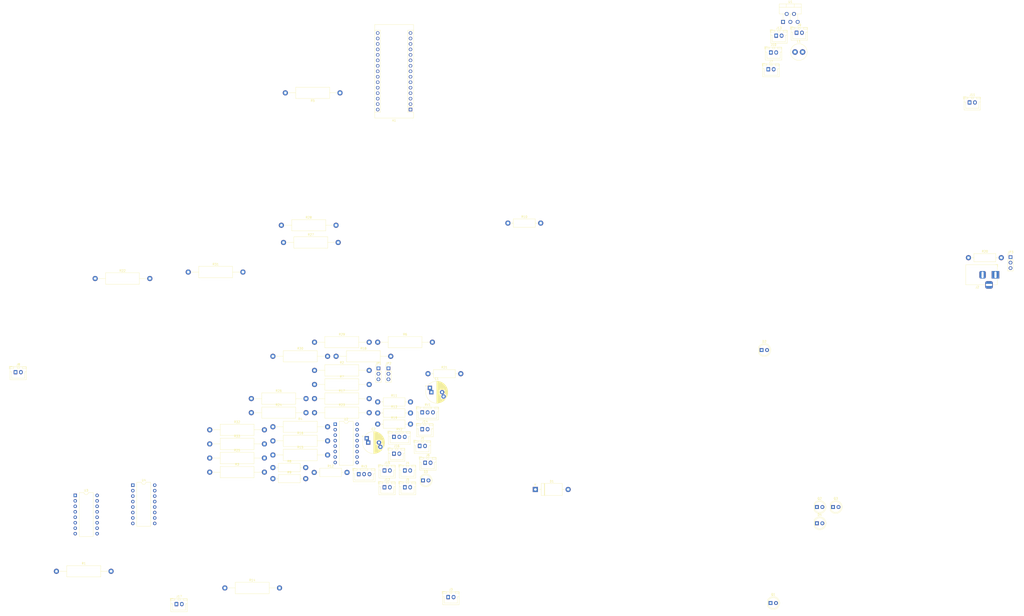
<source format=kicad_pcb>
(kicad_pcb (version 20171130) (host pcbnew 5.1.6-c6e7f7d~87~ubuntu20.04.1)
  (layers (0 F.Cu signal) (31 B.Cu signal) (34 B.Paste user) (35 F.Paste user) (36 B.SilkS user) (37 F.SilkS user) (38 B.Mask user) (39 F.Mask user) (44 Edge.Cuts user))
  (net 0 "")
  (net 1 "Net-(A1-Pad1)")
  (net 2 "Net-(A1-Pad17)")
  (net 3 "Net-(A1-Pad2)")
  (net 4 "Net-(A1-Pad18)")
  (net 5 "Net-(A1-Pad3)")
  (net 6 analog1_in)
  (net 7 GND)
  (net 8 analog1_sensitivity)
  (net 9 trigger_to_med_chan1)
  (net 10 analog2_in)
  (net 11 trigger_to_med_chan2)
  (net 12 analog2_sensitivity)
  (net 13 trigger_to_med_chan3)
  (net 14 analog3_in)
  (net 15 trigger_from_med_chan1)
  (net 16 analog3_sensitivity)
  (net 17 trigger_from_med_chan2)
  (net 18 "Net-(A1-Pad25)")
  (net 19 trigger_from_med_chan3)
  (net 20 "Net-(A1-Pad26)")
  (net 21 trigger_to_external_dev1)
  (net 22 +5V)
  (net 23 trigger_to_external_dev2)
  (net 24 "Net-(A1-Pad28)")
  (net 25 trigger_to_external_dev3)
  (net 26 trigger_from_external_dev1)
  (net 27 +12V)
  (net 28 trigger_from_external_dev2)
  (net 29 trigger_from_external_dev3)
  (net 30 +28V)
  (net 31 "Net-(D1-Pad1)")
  (net 32 "Net-(D2-Pad1)")
  (net 33 "Net-(D2-Pad2)")
  (net 34 "Net-(D3-Pad2)")
  (net 35 "Net-(D3-Pad1)")
  (net 36 "Net-(D4-Pad2)")
  (net 37 "Net-(D4-Pad1)")
  (net 38 "Net-(J3-Pad1)")
  (net 39 "Net-(J4-Pad1)")
  (net 40 "Net-(J5-Pad1)")
  (net 41 "Net-(J6-Pad1)")
  (net 42 "Net-(J7-Pad1)")
  (net 43 "Net-(J7-Pad2)")
  (net 44 "Net-(J8-Pad1)")
  (net 45 "Net-(J8-Pad2)")
  (net 46 "Net-(J9-Pad2)")
  (net 47 "Net-(J9-Pad1)")
  (net 48 "Net-(J10-Pad1)")
  (net 49 "Net-(J11-Pad1)")
  (net 50 "Net-(J12-Pad2)")
  (net 51 "Net-(J12-Pad1)")
  (net 52 "Net-(J13-Pad1)")
  (net 53 "Net-(J13-Pad2)")
  (net 54 "Net-(J14-Pad1)")
  (net 55 "Net-(J14-Pad2)")
  (net 56 "Net-(J15-Pad2)")
  (net 57 "Net-(J16-Pad2)")
  (net 58 "Net-(J17-Pad2)")
  (net 59 "Net-(JP1-Pad1)")
  (net 60 "Net-(JP2-Pad1)")
  (net 61 "Net-(JP3-Pad1)")
  (net 62 "Net-(R5-Pad2)")
  (net 63 "Net-(R6-Pad2)")
  (net 64 "Net-(R7-Pad2)")
  (net 65 "Net-(R10-Pad1)")
  (net 66 "Net-(R11-Pad1)")
  (net 67 "Net-(R12-Pad1)")
  (net 68 "Net-(R19-Pad1)")
  (net 69 "Net-(R20-Pad1)")
  (net 70 "Net-(R21-Pad1)")
  (net 71 "Net-(R22-Pad2)")
  (net 72 "Net-(R23-Pad2)")
  (net 73 "Net-(R24-Pad2)")
  (net 74 "Net-(R25-Pad1)")
  (net 75 "Net-(R27-Pad1)")
  (net 76 "Net-(R29-Pad1)")
  (net 77 "Net-(R31-Pad1)")
  (net 78 "Net-(R32-Pad1)")
  (net 79 "Net-(R33-Pad1)")
  (module Module:Arduino_Nano (layer F.Cu) (at 181.25 -44 180)
    (fp_text reference A1 (at 7.62 -5.08) (layer F.SilkS))
    (fp_text value Arduino_Nano_v3.x)
    (pad 1 thru_hole rect (at 0 0 180) (size 1.6 1.6) (drill 1) (layers *.Cu *.Mask) (net 1 "Net-(A1-Pad1)"))
    (pad 17 thru_hole oval (at 15.24 33.02 180) (size 1.6 1.6) (drill 1) (layers *.Cu *.Mask) (net 2 "Net-(A1-Pad17)"))
    (pad 2 thru_hole oval (at 0 2.54 180) (size 1.6 1.6) (drill 1) (layers *.Cu *.Mask) (net 3 "Net-(A1-Pad2)"))
    (pad 18 thru_hole oval (at 15.24 30.48 180) (size 1.6 1.6) (drill 1) (layers *.Cu *.Mask) (net 4 "Net-(A1-Pad18)"))
    (pad 3 thru_hole oval (at 0 5.08 180) (size 1.6 1.6) (drill 1) (layers *.Cu *.Mask) (net 5 "Net-(A1-Pad3)"))
    (pad 19 thru_hole oval (at 15.24 27.94 180) (size 1.6 1.6) (drill 1) (layers *.Cu *.Mask) (net 6 analog1_in))
    (pad 4 thru_hole oval (at 0 7.62 180) (size 1.6 1.6) (drill 1) (layers *.Cu *.Mask) (net 7 GND))
    (pad 20 thru_hole oval (at 15.24 25.4 180) (size 1.6 1.6) (drill 1) (layers *.Cu *.Mask) (net 8 analog1_sensitivity))
    (pad 5 thru_hole oval (at 0 10.16 180) (size 1.6 1.6) (drill 1) (layers *.Cu *.Mask) (net 9 trigger_to_med_chan1))
    (pad 21 thru_hole oval (at 15.24 22.86 180) (size 1.6 1.6) (drill 1) (layers *.Cu *.Mask) (net 10 analog2_in))
    (pad 6 thru_hole oval (at 0 12.7 180) (size 1.6 1.6) (drill 1) (layers *.Cu *.Mask) (net 11 trigger_to_med_chan2))
    (pad 22 thru_hole oval (at 15.24 20.32 180) (size 1.6 1.6) (drill 1) (layers *.Cu *.Mask) (net 12 analog2_sensitivity))
    (pad 7 thru_hole oval (at 0 15.24 180) (size 1.6 1.6) (drill 1) (layers *.Cu *.Mask) (net 13 trigger_to_med_chan3))
    (pad 23 thru_hole oval (at 15.24 17.78 180) (size 1.6 1.6) (drill 1) (layers *.Cu *.Mask) (net 14 analog3_in))
    (pad 8 thru_hole oval (at 0 17.78 180) (size 1.6 1.6) (drill 1) (layers *.Cu *.Mask) (net 15 trigger_from_med_chan1))
    (pad 24 thru_hole oval (at 15.24 15.24 180) (size 1.6 1.6) (drill 1) (layers *.Cu *.Mask) (net 16 analog3_sensitivity))
    (pad 9 thru_hole oval (at 0 20.32 180) (size 1.6 1.6) (drill 1) (layers *.Cu *.Mask) (net 17 trigger_from_med_chan2))
    (pad 25 thru_hole oval (at 15.24 12.7 180) (size 1.6 1.6) (drill 1) (layers *.Cu *.Mask) (net 18 "Net-(A1-Pad25)"))
    (pad 10 thru_hole oval (at 0 22.86 180) (size 1.6 1.6) (drill 1) (layers *.Cu *.Mask) (net 19 trigger_from_med_chan3))
    (pad 26 thru_hole oval (at 15.24 10.16 180) (size 1.6 1.6) (drill 1) (layers *.Cu *.Mask) (net 20 "Net-(A1-Pad26)"))
    (pad 11 thru_hole oval (at 0 25.4 180) (size 1.6 1.6) (drill 1) (layers *.Cu *.Mask) (net 21 trigger_to_external_dev1))
    (pad 27 thru_hole oval (at 15.24 7.62 180) (size 1.6 1.6) (drill 1) (layers *.Cu *.Mask) (net 22 +5V))
    (pad 12 thru_hole oval (at 0 27.94 180) (size 1.6 1.6) (drill 1) (layers *.Cu *.Mask) (net 23 trigger_to_external_dev2))
    (pad 28 thru_hole oval (at 15.24 5.08 180) (size 1.6 1.6) (drill 1) (layers *.Cu *.Mask) (net 24 "Net-(A1-Pad28)"))
    (pad 13 thru_hole oval (at 0 30.48 180) (size 1.6 1.6) (drill 1) (layers *.Cu *.Mask) (net 25 trigger_to_external_dev3))
    (pad 29 thru_hole oval (at 15.24 2.54 180) (size 1.6 1.6) (drill 1) (layers *.Cu *.Mask) (net 7 GND))
    (pad 14 thru_hole oval (at 0 33.02 180) (size 1.6 1.6) (drill 1) (layers *.Cu *.Mask) (net 26 trigger_from_external_dev1))
    (pad 30 thru_hole oval (at 15.24 0 180) (size 1.6 1.6) (drill 1) (layers *.Cu *.Mask) (net 27 +12V))
    (pad 15 thru_hole oval (at 0 35.56 180) (size 1.6 1.6) (drill 1) (layers *.Cu *.Mask) (net 28 trigger_from_external_dev2))
    (pad 16 thru_hole oval (at 15.24 35.56 180) (size 1.6 1.6) (drill 1) (layers *.Cu *.Mask) (net 29 trigger_from_external_dev3))
  )
  (module Capacitor_THT:CP_Radial_D10.0mm_P5.00mm_P7.50mm (layer F.Cu) (at 190.939647 87.305001)
    (fp_text reference C1 (at 2.5 -6.25) (layer F.SilkS))
    (fp_text value "680µF 40V")
    (pad 1 thru_hole rect (at 0 0) (size 2 2) (drill 1) (layers *.Cu *.Mask) (net 30 +28V))
    (pad 2 thru_hole circle (at 5 0) (size 2 2) (drill 1) (layers *.Cu *.Mask) (net 7 GND))
    (pad 1 thru_hole rect (at -0.672144 -2) (size 2 2) (drill 1) (layers *.Cu *.Mask) (net 30 +28V))
    (pad 2 thru_hole circle (at 5.672144 2) (size 2 2) (drill 1) (layers *.Cu *.Mask) (net 7 GND))
  )
  (module Capacitor_THT:CP_Radial_D10.0mm_P5.00mm_P7.50mm (layer F.Cu) (at 161.589647 110.705001)
    (fp_text reference C2 (at 2.5 -6.25) (layer F.SilkS))
    (fp_text value "220 µF 12V")
    (pad 2 thru_hole circle (at 5.672144 2) (size 2 2) (drill 1) (layers *.Cu *.Mask) (net 7 GND))
    (pad 1 thru_hole rect (at -0.672144 -2) (size 2 2) (drill 1) (layers *.Cu *.Mask) (net 27 +12V))
    (pad 2 thru_hole circle (at 5 0) (size 2 2) (drill 1) (layers *.Cu *.Mask) (net 7 GND))
    (pad 1 thru_hole rect (at 0 0) (size 2 2) (drill 1) (layers *.Cu *.Mask) (net 27 +12V))
  )
  (module Diode_THT:D_DO-27_P15.24mm_Horizontal (layer F.Cu) (at 239.25 132.5)
    (fp_text reference D1 (at 7.62 -3.785) (layer F.SilkS))
    (fp_text value D_Schottky)
    (fp_text user K (at 0 -2.2) (layer F.SilkS))
    (pad 1 thru_hole rect (at 0 0) (size 2.4 2.4) (drill 1.2) (layers *.Cu *.Mask) (net 31 "Net-(D1-Pad1)"))
    (pad 2 thru_hole oval (at 15.24 0) (size 2.4 2.4) (drill 1.2) (layers *.Cu *.Mask) (net 7 GND))
  )
  (module LED_THT:LED_D5.0mm (layer F.Cu) (at 344.355001 67.725001)
    (fp_text reference D2 (at 1.27 -3.96) (layer F.SilkS))
    (fp_text value LED)
    (pad 1 thru_hole rect (at 0 0) (size 1.8 1.8) (drill 0.9) (layers *.Cu *.Mask) (net 32 "Net-(D2-Pad1)"))
    (pad 2 thru_hole circle (at 2.54 0) (size 1.8 1.8) (drill 0.9) (layers *.Cu *.Mask) (net 33 "Net-(D2-Pad2)"))
  )
  (module LED_THT:LED_D5.0mm (layer F.Cu) (at 187.055001 128.285001)
    (fp_text reference D3 (at 1.27 -3.96) (layer F.SilkS))
    (fp_text value LED)
    (pad 2 thru_hole circle (at 2.54 0) (size 1.8 1.8) (drill 0.9) (layers *.Cu *.Mask) (net 34 "Net-(D3-Pad2)"))
    (pad 1 thru_hole rect (at 0 0) (size 1.8 1.8) (drill 0.9) (layers *.Cu *.Mask) (net 35 "Net-(D3-Pad1)"))
  )
  (module LED_THT:LED_D5.0mm (layer F.Cu) (at 370.045001 148.205001)
    (fp_text reference D4 (at 1.27 -3.96) (layer F.SilkS))
    (fp_text value LED)
    (pad 2 thru_hole circle (at 2.54 0) (size 1.8 1.8) (drill 0.9) (layers *.Cu *.Mask) (net 36 "Net-(D4-Pad2)"))
    (pad 1 thru_hole rect (at 0 0) (size 1.8 1.8) (drill 0.9) (layers *.Cu *.Mask) (net 37 "Net-(D4-Pad1)"))
  )
  (module Connector_JST:JST_XH_B2B-XH-A_1x02_P2.50mm_Vertical (layer F.Cu) (at 185.515001 112.285001)
    (fp_text reference J1 (at 1.25 -3.55) (layer F.SilkS))
    (fp_text value from_med_assoc_power)
    (pad 2 thru_hole oval (at 2.5 0) (size 1.7 2) (drill 1) (layers *.Cu *.Mask) (net 7 GND))
    (pad 1 thru_hole roundrect (at 0 0) (size 1.7 2) (drill 1) (layers *.Cu *.Mask) (roundrect_rratio 0.147059) (net 30 +28V))
  )
  (module Connector_BarrelJack:BarrelJack_Horizontal (layer F.Cu) (at 453.005001 32.760001)
    (fp_text reference J2 (at -8.45 5.75) (layer F.SilkS))
    (fp_text value optional_power_to_arduino_system)
    (pad 1 thru_hole rect (at 0 0) (size 3.5 3.5) (drill oval 1 3) (layers *.Cu *.Mask) (net 27 +12V))
    (pad 2 thru_hole roundrect (at -6 0) (size 3 3.5) (drill oval 1 3) (layers *.Cu *.Mask) (net 7 GND))
    (pad 3 thru_hole roundrect (at -3 4.7) (size 3.5 3.5) (drill oval 3 1) (layers *.Cu *.Mask))
  )
  (module Connector_JST:JST_XH_B2B-XH-A_1x02_P2.50mm_Vertical (layer F.Cu) (at 198.75 182.5)
    (fp_text reference J3 (at 1.25 -3.55) (layer F.SilkS))
    (fp_text value to_external_device1)
    (pad 2 thru_hole oval (at 2.5 0) (size 1.7 2) (drill 1) (layers *.Cu *.Mask) (net 7 GND))
    (pad 1 thru_hole roundrect (at 0 0) (size 1.7 2) (drill 1) (layers *.Cu *.Mask) (roundrect_rratio 0.147059) (net 38 "Net-(J3-Pad1)"))
  )
  (module Connector_JST:JST_XH_B2B-XH-A_1x02_P2.50mm_Vertical (layer F.Cu) (at 178.605001 123.675001)
    (fp_text reference J4 (at 1.25 -3.55) (layer F.SilkS))
    (fp_text value generic_analog_dev3)
    (pad 1 thru_hole roundrect (at 0 0) (size 1.7 2) (drill 1) (layers *.Cu *.Mask) (roundrect_rratio 0.147059) (net 39 "Net-(J4-Pad1)"))
    (pad 2 thru_hole oval (at 2.5 0) (size 1.7 2) (drill 1) (layers *.Cu *.Mask) (net 7 GND))
  )
  (module Connector_JST:JST_XH_B2B-XH-A_1x02_P2.50mm_Vertical (layer F.Cu) (at 178.605001 131.475001)
    (fp_text reference J5 (at 1.25 -3.55) (layer F.SilkS))
    (fp_text value to_external_device2)
    (pad 2 thru_hole oval (at 2.5 0) (size 1.7 2) (drill 1) (layers *.Cu *.Mask) (net 7 GND))
    (pad 1 thru_hole roundrect (at 0 0) (size 1.7 2) (drill 1) (layers *.Cu *.Mask) (roundrect_rratio 0.147059) (net 40 "Net-(J5-Pad1)"))
  )
  (module Connector_JST:JST_XH_B2B-XH-A_1x02_P2.50mm_Vertical (layer F.Cu) (at 188.055001 120.085001)
    (fp_text reference J6 (at 1.25 -3.55) (layer F.SilkS))
    (fp_text value to_external_device3)
    (pad 2 thru_hole oval (at 2.5 0) (size 1.7 2) (drill 1) (layers *.Cu *.Mask) (net 7 GND))
    (pad 1 thru_hole roundrect (at 0 0) (size 1.7 2) (drill 1) (layers *.Cu *.Mask) (roundrect_rratio 0.147059) (net 41 "Net-(J6-Pad1)"))
  )
  (module Connector_JST:JST_XH_B2B-XH-A_1x02_P2.50mm_Vertical (layer F.Cu) (at 347.465001 -62.714999)
    (fp_text reference J7 (at 1.25 -3.55) (layer F.SilkS))
    (fp_text value from_external_device1)
    (pad 1 thru_hole roundrect (at 0 0) (size 1.7 2) (drill 1) (layers *.Cu *.Mask) (roundrect_rratio 0.147059) (net 42 "Net-(J7-Pad1)"))
    (pad 2 thru_hole oval (at 2.5 0) (size 1.7 2) (drill 1) (layers *.Cu *.Mask) (net 43 "Net-(J7-Pad2)"))
  )
  (module Connector_JST:JST_XH_B2B-XH-A_1x02_P2.50mm_Vertical (layer F.Cu) (at -2.25 78)
    (fp_text reference J8 (at 1.25 -3.55) (layer F.SilkS))
    (fp_text value from_external_device2)
    (pad 1 thru_hole roundrect (at 0 0) (size 1.7 2) (drill 1) (layers *.Cu *.Mask) (roundrect_rratio 0.147059) (net 44 "Net-(J8-Pad1)"))
    (pad 2 thru_hole oval (at 2.5 0) (size 1.7 2) (drill 1) (layers *.Cu *.Mask) (net 45 "Net-(J8-Pad2)"))
  )
  (module Connector_JST:JST_XH_B2B-XH-A_1x02_P2.50mm_Vertical (layer F.Cu) (at 360.595001 -79.674999)
    (fp_text reference J9 (at 1.25 -3.55) (layer F.SilkS))
    (fp_text value from_external_device3)
    (pad 2 thru_hole oval (at 2.5 0) (size 1.7 2) (drill 1) (layers *.Cu *.Mask) (net 46 "Net-(J9-Pad2)"))
    (pad 1 thru_hole roundrect (at 0 0) (size 1.7 2) (drill 1) (layers *.Cu *.Mask) (roundrect_rratio 0.147059) (net 47 "Net-(J9-Pad1)"))
  )
  (module Connector_JST:JST_XH_B2B-XH-A_1x02_P2.50mm_Vertical (layer F.Cu) (at 348.645001 -70.514999)
    (fp_text reference J10 (at 1.25 -3.55) (layer F.SilkS))
    (fp_text value generic_analog_dev1)
    (pad 1 thru_hole roundrect (at 0 0) (size 1.7 2) (drill 1) (layers *.Cu *.Mask) (roundrect_rratio 0.147059) (net 48 "Net-(J10-Pad1)"))
    (pad 2 thru_hole oval (at 2.5 0) (size 1.7 2) (drill 1) (layers *.Cu *.Mask) (net 7 GND))
  )
  (module Connector_JST:JST_XH_B2B-XH-A_1x02_P2.50mm_Vertical (layer F.Cu) (at 440.965001 -47.294999)
    (fp_text reference J11 (at 1.25 -3.55) (layer F.SilkS))
    (fp_text value generic_analog_dev2)
    (pad 1 thru_hole roundrect (at 0 0) (size 1.7 2) (drill 1) (layers *.Cu *.Mask) (roundrect_rratio 0.147059) (net 49 "Net-(J11-Pad1)"))
    (pad 2 thru_hole oval (at 2.5 0) (size 1.7 2) (drill 1) (layers *.Cu *.Mask) (net 7 GND))
  )
  (module Connector_JST:JST_XH_B2B-XH-A_1x02_P2.50mm_Vertical (layer F.Cu) (at 169.155001 131.475001)
    (fp_text reference J12 (at 1.25 -3.55) (layer F.SilkS))
    (fp_text value med_associates_output1)
    (pad 2 thru_hole oval (at 2.5 0) (size 1.7 2) (drill 1) (layers *.Cu *.Mask) (net 50 "Net-(J12-Pad2)"))
    (pad 1 thru_hole roundrect (at 0 0) (size 1.7 2) (drill 1) (layers *.Cu *.Mask) (roundrect_rratio 0.147059) (net 51 "Net-(J12-Pad1)"))
  )
  (module Connector_JST:JST_XH_B2B-XH-A_1x02_P2.50mm_Vertical (layer F.Cu) (at 351.145001 -78.314999)
    (fp_text reference J13 (at 1.25 -3.55) (layer F.SilkS))
    (fp_text value med_associates_output1)
    (pad 1 thru_hole roundrect (at 0 0) (size 1.7 2) (drill 1) (layers *.Cu *.Mask) (roundrect_rratio 0.147059) (net 52 "Net-(J13-Pad1)"))
    (pad 2 thru_hole oval (at 2.5 0) (size 1.7 2) (drill 1) (layers *.Cu *.Mask) (net 53 "Net-(J13-Pad2)"))
  )
  (module Connector_JST:JST_XH_B2B-XH-A_1x02_P2.50mm_Vertical (layer F.Cu) (at 186.695001 104.485001)
    (fp_text reference J14 (at 1.25 -3.55) (layer F.SilkS))
    (fp_text value med_associates_output1)
    (pad 1 thru_hole roundrect (at 0 0) (size 1.7 2) (drill 1) (layers *.Cu *.Mask) (roundrect_rratio 0.147059) (net 54 "Net-(J14-Pad1)"))
    (pad 2 thru_hole oval (at 2.5 0) (size 1.7 2) (drill 1) (layers *.Cu *.Mask) (net 55 "Net-(J14-Pad2)"))
  )
  (module Connector_JST:JST_XH_B2B-XH-A_1x02_P2.50mm_Vertical (layer F.Cu) (at 169.155001 123.675001)
    (fp_text reference J15 (at 1.25 -3.55) (layer F.SilkS))
    (fp_text value med_associates_input2)
    (pad 2 thru_hole oval (at 2.5 0) (size 1.7 2) (drill 1) (layers *.Cu *.Mask) (net 56 "Net-(J15-Pad2)"))
    (pad 1 thru_hole roundrect (at 0 0) (size 1.7 2) (drill 1) (layers *.Cu *.Mask) (roundrect_rratio 0.147059) (net 33 "Net-(D2-Pad2)"))
  )
  (module Connector_JST:JST_XH_B2B-XH-A_1x02_P2.50mm_Vertical (layer F.Cu) (at 173.565001 115.875001)
    (fp_text reference J16 (at 1.25 -3.55) (layer F.SilkS))
    (fp_text value med_associates_input3)
    (pad 1 thru_hole roundrect (at 0 0) (size 1.7 2) (drill 1) (layers *.Cu *.Mask) (roundrect_rratio 0.147059) (net 34 "Net-(D3-Pad2)"))
    (pad 2 thru_hole oval (at 2.5 0) (size 1.7 2) (drill 1) (layers *.Cu *.Mask) (net 57 "Net-(J16-Pad2)"))
  )
  (module Connector_JST:JST_XH_B2B-XH-A_1x02_P2.50mm_Vertical (layer F.Cu) (at 72.5 185.75)
    (fp_text reference J17 (at 1.25 -3.55) (layer F.SilkS))
    (fp_text value med_associates_input1)
    (pad 2 thru_hole oval (at 2.5 0) (size 1.7 2) (drill 1) (layers *.Cu *.Mask) (net 58 "Net-(J17-Pad2)"))
    (pad 1 thru_hole roundrect (at 0 0) (size 1.7 2) (drill 1) (layers *.Cu *.Mask) (roundrect_rratio 0.147059) (net 36 "Net-(D4-Pad2)"))
  )
  (module Connector_PinHeader_2.54mm:PinHeader_1x03_P2.54mm_Vertical (layer F.Cu) (at 166.355001 76.225001)
    (fp_text reference JP1 (at 0 -2.33) (layer F.SilkS))
    (fp_text value Jumper_NC_Dual)
    (pad 1 thru_hole rect (at 0 0) (size 1.7 1.7) (drill 1) (layers *.Cu *.Mask) (net 59 "Net-(JP1-Pad1)"))
    (pad 2 thru_hole oval (at 0 2.54) (size 1.7 1.7) (drill 1) (layers *.Cu *.Mask) (net 14 analog3_in))
    (pad 3 thru_hole oval (at 0 5.08) (size 1.7 1.7) (drill 1) (layers *.Cu *.Mask) (net 39 "Net-(J4-Pad1)"))
  )
  (module Connector_PinHeader_2.54mm:PinHeader_1x03_P2.54mm_Vertical (layer F.Cu) (at 171.005001 76.225001)
    (fp_text reference JP2 (at 0 -2.33) (layer F.SilkS))
    (fp_text value Jumper_NC_Dual)
    (pad 3 thru_hole oval (at 0 5.08) (size 1.7 1.7) (drill 1) (layers *.Cu *.Mask) (net 48 "Net-(J10-Pad1)"))
    (pad 2 thru_hole oval (at 0 2.54) (size 1.7 1.7) (drill 1) (layers *.Cu *.Mask) (net 6 analog1_in))
    (pad 1 thru_hole rect (at 0 0) (size 1.7 1.7) (drill 1) (layers *.Cu *.Mask) (net 60 "Net-(JP2-Pad1)"))
  )
  (module Connector_PinHeader_2.54mm:PinHeader_1x03_P2.54mm_Vertical (layer F.Cu) (at 459.995001 24.575001)
    (fp_text reference JP3 (at 0 -2.33) (layer F.SilkS))
    (fp_text value Jumper_NC_Dual)
    (pad 1 thru_hole rect (at 0 0) (size 1.7 1.7) (drill 1) (layers *.Cu *.Mask) (net 61 "Net-(JP3-Pad1)"))
    (pad 2 thru_hole oval (at 0 2.54) (size 1.7 1.7) (drill 1) (layers *.Cu *.Mask) (net 10 analog2_in))
    (pad 3 thru_hole oval (at 0 5.08) (size 1.7 1.7) (drill 1) (layers *.Cu *.Mask) (net 49 "Net-(J11-Pad1)"))
  )
  (module Inductor_THT:L_Radial_D7.5mm_P3.50mm_Fastron_07P (layer F.Cu) (at 359.895001 -70.724999)
    (fp_text reference L1 (at 1.75 -5) (layer F.SilkS))
    (fp_text value 33µH)
    (pad 1 thru_hole circle (at 0 0) (size 2.6 2.6) (drill 1.3) (layers *.Cu *.Mask) (net 31 "Net-(D1-Pad1)"))
    (pad 2 thru_hole circle (at 3.5 0) (size 2.6 2.6) (drill 1.3) (layers *.Cu *.Mask) (net 27 +12V))
  )
  (module LED_THT:LED_D5.0mm (layer F.Cu) (at 348.5 185.25)
    (fp_text reference Q1 (at 1.27 -3.96) (layer F.SilkS))
    (fp_text value headentry_sensor)
    (pad 1 thru_hole rect (at 0 0) (size 1.8 1.8) (drill 0.9) (layers *.Cu *.Mask) (net 22 +5V))
    (pad 2 thru_hole circle (at 2.54 0) (size 1.8 1.8) (drill 0.9) (layers *.Cu *.Mask) (net 59 "Net-(JP1-Pad1)"))
  )
  (module LED_THT:LED_D5.0mm (layer F.Cu) (at 370.045001 140.655001)
    (fp_text reference Q2 (at 1.27 -3.96) (layer F.SilkS))
    (fp_text value lickspout_sensor)
    (pad 1 thru_hole rect (at 0 0) (size 1.8 1.8) (drill 0.9) (layers *.Cu *.Mask) (net 22 +5V))
    (pad 2 thru_hole circle (at 2.54 0) (size 1.8 1.8) (drill 0.9) (layers *.Cu *.Mask) (net 60 "Net-(JP2-Pad1)"))
  )
  (module LED_THT:LED_D5.0mm (layer F.Cu) (at 377.545001 140.655001)
    (fp_text reference Q3 (at 1.27 -3.96) (layer F.SilkS))
    (fp_text value headentry_sensor)
    (pad 2 thru_hole circle (at 2.54 0) (size 1.8 1.8) (drill 0.9) (layers *.Cu *.Mask) (net 61 "Net-(JP3-Pad1)"))
    (pad 1 thru_hole rect (at 0 0) (size 1.8 1.8) (drill 0.9) (layers *.Cu *.Mask) (net 22 +5V))
  )
  (module Resistor_THT:R_Axial_DIN0516_L15.5mm_D5.0mm_P25.40mm_Horizontal (layer F.Cu) (at 16.75 170.5)
    (fp_text reference R1 (at 12.7 -3.62) (layer F.SilkS))
    (fp_text value "1.5k 1W")
    (pad 2 thru_hole oval (at 25.4 0) (size 2.4 2.4) (drill 1.2) (layers *.Cu *.Mask) (net 26 trigger_from_external_dev1))
    (pad 1 thru_hole circle (at 0 0) (size 2.4 2.4) (drill 1.2) (layers *.Cu *.Mask) (net 7 GND))
  )
  (module Resistor_THT:R_Axial_DIN0516_L15.5mm_D5.0mm_P25.40mm_Horizontal (layer F.Cu) (at 136.655001 77.175001)
    (fp_text reference R2 (at 12.7 -3.62) (layer F.SilkS))
    (fp_text value 10k)
    (pad 1 thru_hole circle (at 0 0) (size 2.4 2.4) (drill 1.2) (layers *.Cu *.Mask) (net 14 analog3_in))
    (pad 2 thru_hole oval (at 25.4 0) (size 2.4 2.4) (drill 1.2) (layers *.Cu *.Mask) (net 7 GND))
  )
  (module Resistor_THT:R_Axial_DIN0516_L15.5mm_D5.0mm_P25.40mm_Horizontal (layer F.Cu) (at 87.975001 124.445001)
    (fp_text reference R3 (at 12.7 -3.62) (layer F.SilkS))
    (fp_text value "1.5k 1W")
    (pad 2 thru_hole oval (at 25.4 0) (size 2.4 2.4) (drill 1.2) (layers *.Cu *.Mask) (net 28 trigger_from_external_dev2))
    (pad 1 thru_hole circle (at 0 0) (size 2.4 2.4) (drill 1.2) (layers *.Cu *.Mask) (net 7 GND))
  )
  (module Resistor_THT:R_Axial_DIN0516_L15.5mm_D5.0mm_P25.40mm_Horizontal (layer F.Cu) (at 117.325001 103.375001)
    (fp_text reference R4 (at 12.7 -3.62) (layer F.SilkS))
    (fp_text value "1.5k 1W")
    (pad 1 thru_hole circle (at 0 0) (size 2.4 2.4) (drill 1.2) (layers *.Cu *.Mask) (net 7 GND))
    (pad 2 thru_hole oval (at 25.4 0) (size 2.4 2.4) (drill 1.2) (layers *.Cu *.Mask) (net 29 trigger_from_external_dev3))
  )
  (module Resistor_THT:R_Axial_DIN0516_L15.5mm_D5.0mm_P25.40mm_Horizontal (layer F.Cu) (at 148.5 -51.75 180)
    (fp_text reference R5 (at 12.7 -3.62) (layer F.SilkS))
    (fp_text value "1.5k 1W")
    (pad 1 thru_hole circle (at 0 0 180) (size 2.4 2.4) (drill 1.2) (layers *.Cu *.Mask) (net 22 +5V))
    (pad 2 thru_hole oval (at 25.4 0 180) (size 2.4 2.4) (drill 1.2) (layers *.Cu *.Mask) (net 62 "Net-(R5-Pad2)"))
  )
  (module Resistor_THT:R_Axial_DIN0516_L15.5mm_D5.0mm_P25.40mm_Horizontal (layer F.Cu) (at 166.005001 64.075001)
    (fp_text reference R6 (at 12.7 -3.62) (layer F.SilkS))
    (fp_text value "1.5k 1W")
    (pad 1 thru_hole circle (at 0 0) (size 2.4 2.4) (drill 1.2) (layers *.Cu *.Mask) (net 22 +5V))
    (pad 2 thru_hole oval (at 25.4 0) (size 2.4 2.4) (drill 1.2) (layers *.Cu *.Mask) (net 63 "Net-(R6-Pad2)"))
  )
  (module Resistor_THT:R_Axial_DIN0516_L15.5mm_D5.0mm_P25.40mm_Horizontal (layer F.Cu) (at 136.655001 83.725001)
    (fp_text reference R7 (at 12.7 -3.62) (layer F.SilkS))
    (fp_text value "1.5k 1W")
    (pad 2 thru_hole oval (at 25.4 0) (size 2.4 2.4) (drill 1.2) (layers *.Cu *.Mask) (net 64 "Net-(R7-Pad2)"))
    (pad 1 thru_hole circle (at 0 0) (size 2.4 2.4) (drill 1.2) (layers *.Cu *.Mask) (net 22 +5V))
  )
  (module Resistor_THT:R_Axial_DIN0411_L9.9mm_D3.6mm_P15.24mm_Horizontal (layer F.Cu) (at 117.325001 122.325001)
    (fp_text reference R8 (at 7.62 -2.92) (layer F.SilkS))
    (fp_text value 1k)
    (pad 1 thru_hole circle (at 0 0) (size 2.4 2.4) (drill 1.2) (layers *.Cu *.Mask) (net 38 "Net-(J3-Pad1)"))
    (pad 2 thru_hole oval (at 15.24 0) (size 2.4 2.4) (drill 1.2) (layers *.Cu *.Mask) (net 21 trigger_to_external_dev1))
  )
  (module Resistor_THT:R_Axial_DIN0411_L9.9mm_D3.6mm_P15.24mm_Horizontal (layer F.Cu) (at 117.325001 127.475001)
    (fp_text reference R9 (at 7.62 -2.92) (layer F.SilkS))
    (fp_text value 1k)
    (pad 2 thru_hole oval (at 15.24 0) (size 2.4 2.4) (drill 1.2) (layers *.Cu *.Mask) (net 23 trigger_to_external_dev2))
    (pad 1 thru_hole circle (at 0 0) (size 2.4 2.4) (drill 1.2) (layers *.Cu *.Mask) (net 40 "Net-(J5-Pad1)"))
  )
  (module Resistor_THT:R_Axial_DIN0411_L9.9mm_D3.6mm_P15.24mm_Horizontal (layer F.Cu) (at 226.5 8.75)
    (fp_text reference R10 (at 7.62 -2.92) (layer F.SilkS))
    (fp_text value 1k)
    (pad 1 thru_hole circle (at 0 0) (size 2.4 2.4) (drill 1.2) (layers *.Cu *.Mask) (net 65 "Net-(R10-Pad1)"))
    (pad 2 thru_hole oval (at 15.24 0) (size 2.4 2.4) (drill 1.2) (layers *.Cu *.Mask) (net 42 "Net-(J7-Pad1)"))
  )
  (module Resistor_THT:R_Axial_DIN0411_L9.9mm_D3.6mm_P15.24mm_Horizontal (layer F.Cu) (at 166.005001 91.825001)
    (fp_text reference R11 (at 7.62 -2.92) (layer F.SilkS))
    (fp_text value 1k)
    (pad 2 thru_hole oval (at 15.24 0) (size 2.4 2.4) (drill 1.2) (layers *.Cu *.Mask) (net 44 "Net-(J8-Pad1)"))
    (pad 1 thru_hole circle (at 0 0) (size 2.4 2.4) (drill 1.2) (layers *.Cu *.Mask) (net 66 "Net-(R11-Pad1)"))
  )
  (module Resistor_THT:R_Axial_DIN0411_L9.9mm_D3.6mm_P15.24mm_Horizontal (layer F.Cu) (at 136.515001 124.575001)
    (fp_text reference R12 (at 7.62 -2.92) (layer F.SilkS))
    (fp_text value 1k)
    (pad 2 thru_hole oval (at 15.24 0) (size 2.4 2.4) (drill 1.2) (layers *.Cu *.Mask) (net 47 "Net-(J9-Pad1)"))
    (pad 1 thru_hole circle (at 0 0) (size 2.4 2.4) (drill 1.2) (layers *.Cu *.Mask) (net 67 "Net-(R12-Pad1)"))
  )
  (module Resistor_THT:R_Axial_DIN0411_L9.9mm_D3.6mm_P15.24mm_Horizontal (layer F.Cu) (at 166.005001 96.975001)
    (fp_text reference R13 (at 7.62 -2.92) (layer F.SilkS))
    (fp_text value 1k)
    (pad 1 thru_hole circle (at 0 0) (size 2.4 2.4) (drill 1.2) (layers *.Cu *.Mask) (net 25 trigger_to_external_dev3))
    (pad 2 thru_hole oval (at 15.24 0) (size 2.4 2.4) (drill 1.2) (layers *.Cu *.Mask) (net 41 "Net-(J6-Pad1)"))
  )
  (module Resistor_THT:R_Axial_DIN0516_L15.5mm_D5.0mm_P25.40mm_Horizontal (layer F.Cu) (at 95 178.25)
    (fp_text reference R14 (at 12.7 -3.62) (layer F.SilkS))
    (fp_text value 10k)
    (pad 2 thru_hole oval (at 25.4 0) (size 2.4 2.4) (drill 1.2) (layers *.Cu *.Mask) (net 7 GND))
    (pad 1 thru_hole circle (at 0 0) (size 2.4 2.4) (drill 1.2) (layers *.Cu *.Mask) (net 6 analog1_in))
  )
  (module Resistor_THT:R_Axial_DIN0516_L15.5mm_D5.0mm_P25.40mm_Horizontal (layer F.Cu) (at 117.325001 116.475001)
    (fp_text reference R15 (at 12.7 -3.62) (layer F.SilkS))
    (fp_text value 10k)
    (pad 2 thru_hole oval (at 25.4 0) (size 2.4 2.4) (drill 1.2) (layers *.Cu *.Mask) (net 7 GND))
    (pad 1 thru_hole circle (at 0 0) (size 2.4 2.4) (drill 1.2) (layers *.Cu *.Mask) (net 10 analog2_in))
  )
  (module Resistor_THT:R_Axial_DIN0516_L15.5mm_D5.0mm_P25.40mm_Horizontal (layer F.Cu) (at 117.325001 109.925001)
    (fp_text reference R16 (at 12.7 -3.62) (layer F.SilkS))
    (fp_text value "1.5k 1W")
    (pad 2 thru_hole oval (at 25.4 0) (size 2.4 2.4) (drill 1.2) (layers *.Cu *.Mask) (net 15 trigger_from_med_chan1))
    (pad 1 thru_hole circle (at 0 0) (size 2.4 2.4) (drill 1.2) (layers *.Cu *.Mask) (net 7 GND))
  )
  (module Resistor_THT:R_Axial_DIN0516_L15.5mm_D5.0mm_P25.40mm_Horizontal (layer F.Cu) (at 136.655001 90.275001)
    (fp_text reference R17 (at 12.7 -3.62) (layer F.SilkS))
    (fp_text value "1.5k 1W")
    (pad 1 thru_hole circle (at 0 0) (size 2.4 2.4) (drill 1.2) (layers *.Cu *.Mask) (net 7 GND))
    (pad 2 thru_hole oval (at 25.4 0) (size 2.4 2.4) (drill 1.2) (layers *.Cu *.Mask) (net 17 trigger_from_med_chan2))
  )
  (module Resistor_THT:R_Axial_DIN0516_L15.5mm_D5.0mm_P25.40mm_Horizontal (layer F.Cu) (at 146.675001 70.625001)
    (fp_text reference R18 (at 12.7 -3.62) (layer F.SilkS))
    (fp_text value "1.5k 1W")
    (pad 2 thru_hole oval (at 25.4 0) (size 2.4 2.4) (drill 1.2) (layers *.Cu *.Mask) (net 19 trigger_from_med_chan3))
    (pad 1 thru_hole circle (at 0 0) (size 2.4 2.4) (drill 1.2) (layers *.Cu *.Mask) (net 7 GND))
  )
  (module Resistor_THT:R_Axial_DIN0411_L9.9mm_D3.6mm_P15.24mm_Horizontal (layer F.Cu) (at 166.005001 102.125001)
    (fp_text reference R19 (at 7.62 -2.92) (layer F.SilkS))
    (fp_text value 220)
    (pad 1 thru_hole circle (at 0 0) (size 2.4 2.4) (drill 1.2) (layers *.Cu *.Mask) (net 68 "Net-(R19-Pad1)"))
    (pad 2 thru_hole oval (at 15.24 0) (size 2.4 2.4) (drill 1.2) (layers *.Cu *.Mask) (net 11 trigger_to_med_chan2))
  )
  (module Resistor_THT:R_Axial_DIN0411_L9.9mm_D3.6mm_P15.24mm_Horizontal (layer F.Cu) (at 440.455001 24.825001)
    (fp_text reference R20 (at 7.62 -2.92) (layer F.SilkS))
    (fp_text value 220)
    (pad 1 thru_hole circle (at 0 0) (size 2.4 2.4) (drill 1.2) (layers *.Cu *.Mask) (net 69 "Net-(R20-Pad1)"))
    (pad 2 thru_hole oval (at 15.24 0) (size 2.4 2.4) (drill 1.2) (layers *.Cu *.Mask) (net 13 trigger_to_med_chan3))
  )
  (module Resistor_THT:R_Axial_DIN0411_L9.9mm_D3.6mm_P15.24mm_Horizontal (layer F.Cu) (at 189.375001 78.725001)
    (fp_text reference R21 (at 7.62 -2.92) (layer F.SilkS))
    (fp_text value 220)
    (pad 2 thru_hole oval (at 15.24 0) (size 2.4 2.4) (drill 1.2) (layers *.Cu *.Mask) (net 9 trigger_to_med_chan1))
    (pad 1 thru_hole circle (at 0 0) (size 2.4 2.4) (drill 1.2) (layers *.Cu *.Mask) (net 70 "Net-(R21-Pad1)"))
  )
  (module Resistor_THT:R_Axial_DIN0516_L15.5mm_D5.0mm_P25.40mm_Horizontal (layer F.Cu) (at 34.75 34.5)
    (fp_text reference R22 (at 12.7 -3.62) (layer F.SilkS))
    (fp_text value "1.5k 1W")
    (pad 1 thru_hole circle (at 0 0) (size 2.4 2.4) (drill 1.2) (layers *.Cu *.Mask) (net 22 +5V))
    (pad 2 thru_hole oval (at 25.4 0) (size 2.4 2.4) (drill 1.2) (layers *.Cu *.Mask) (net 71 "Net-(R22-Pad2)"))
  )
  (module Resistor_THT:R_Axial_DIN0516_L15.5mm_D5.0mm_P25.40mm_Horizontal (layer F.Cu) (at 136.655001 96.825001)
    (fp_text reference R23 (at 12.7 -3.62) (layer F.SilkS))
    (fp_text value "1.5k 1W")
    (pad 2 thru_hole oval (at 25.4 0) (size 2.4 2.4) (drill 1.2) (layers *.Cu *.Mask) (net 72 "Net-(R23-Pad2)"))
    (pad 1 thru_hole circle (at 0 0) (size 2.4 2.4) (drill 1.2) (layers *.Cu *.Mask) (net 22 +5V))
  )
  (module Resistor_THT:R_Axial_DIN0516_L15.5mm_D5.0mm_P25.40mm_Horizontal (layer F.Cu) (at 107.305001 96.825001)
    (fp_text reference R24 (at 12.7 -3.62) (layer F.SilkS))
    (fp_text value "1.5k 1W")
    (pad 1 thru_hole circle (at 0 0) (size 2.4 2.4) (drill 1.2) (layers *.Cu *.Mask) (net 22 +5V))
    (pad 2 thru_hole oval (at 25.4 0) (size 2.4 2.4) (drill 1.2) (layers *.Cu *.Mask) (net 73 "Net-(R24-Pad2)"))
  )
  (module Resistor_THT:R_Axial_DIN0516_L15.5mm_D5.0mm_P25.40mm_Horizontal (layer F.Cu) (at 87.975001 117.895001)
    (fp_text reference R25 (at 12.7 -3.62) (layer F.SilkS))
    (fp_text value 1.5K)
    (pad 1 thru_hole circle (at 0 0) (size 2.4 2.4) (drill 1.2) (layers *.Cu *.Mask) (net 74 "Net-(R25-Pad1)"))
    (pad 2 thru_hole oval (at 25.4 0) (size 2.4 2.4) (drill 1.2) (layers *.Cu *.Mask) (net 32 "Net-(D2-Pad1)"))
  )
  (module Resistor_THT:R_Axial_DIN0516_L15.5mm_D5.0mm_P25.40mm_Horizontal (layer F.Cu) (at 107.305001 90.275001)
    (fp_text reference R26 (at 12.7 -3.62) (layer F.SilkS))
    (fp_text value 5k)
    (pad 1 thru_hole circle (at 0 0) (size 2.4 2.4) (drill 1.2) (layers *.Cu *.Mask) (net 74 "Net-(R25-Pad1)"))
    (pad 2 thru_hole oval (at 25.4 0) (size 2.4 2.4) (drill 1.2) (layers *.Cu *.Mask) (net 33 "Net-(D2-Pad2)"))
  )
  (module Resistor_THT:R_Axial_DIN0516_L15.5mm_D5.0mm_P25.40mm_Horizontal (layer F.Cu) (at 122.25 17.75)
    (fp_text reference R27 (at 12.7 -3.62) (layer F.SilkS))
    (fp_text value "1.5k 1W")
    (pad 2 thru_hole oval (at 25.4 0) (size 2.4 2.4) (drill 1.2) (layers *.Cu *.Mask) (net 35 "Net-(D3-Pad1)"))
    (pad 1 thru_hole circle (at 0 0) (size 2.4 2.4) (drill 1.2) (layers *.Cu *.Mask) (net 75 "Net-(R27-Pad1)"))
  )
  (module Resistor_THT:R_Axial_DIN0516_L15.5mm_D5.0mm_P25.40mm_Horizontal (layer F.Cu) (at 121.25 9.75)
    (fp_text reference R28 (at 12.7 -3.62) (layer F.SilkS))
    (fp_text value 5k)
    (pad 1 thru_hole circle (at 0 0) (size 2.4 2.4) (drill 1.2) (layers *.Cu *.Mask) (net 75 "Net-(R27-Pad1)"))
    (pad 2 thru_hole oval (at 25.4 0) (size 2.4 2.4) (drill 1.2) (layers *.Cu *.Mask) (net 34 "Net-(D3-Pad2)"))
  )
  (module Resistor_THT:R_Axial_DIN0516_L15.5mm_D5.0mm_P25.40mm_Horizontal (layer F.Cu) (at 136.655001 64.075001)
    (fp_text reference R29 (at 12.7 -3.62) (layer F.SilkS))
    (fp_text value 3k)
    (pad 2 thru_hole oval (at 25.4 0) (size 2.4 2.4) (drill 1.2) (layers *.Cu *.Mask) (net 37 "Net-(D4-Pad1)"))
    (pad 1 thru_hole circle (at 0 0) (size 2.4 2.4) (drill 1.2) (layers *.Cu *.Mask) (net 76 "Net-(R29-Pad1)"))
  )
  (module Resistor_THT:R_Axial_DIN0516_L15.5mm_D5.0mm_P25.40mm_Horizontal (layer F.Cu) (at 117.325001 70.625001)
    (fp_text reference R30 (at 12.7 -3.62) (layer F.SilkS))
    (fp_text value 5k)
    (pad 2 thru_hole oval (at 25.4 0) (size 2.4 2.4) (drill 1.2) (layers *.Cu *.Mask) (net 36 "Net-(D4-Pad2)"))
    (pad 1 thru_hole circle (at 0 0) (size 2.4 2.4) (drill 1.2) (layers *.Cu *.Mask) (net 76 "Net-(R29-Pad1)"))
  )
  (module Resistor_THT:R_Axial_DIN0516_L15.5mm_D5.0mm_P25.40mm_Horizontal (layer F.Cu) (at 78 31.5)
    (fp_text reference R31 (at 12.7 -3.62) (layer F.SilkS))
    (fp_text value "1.5k 1W")
    (pad 2 thru_hole oval (at 25.4 0) (size 2.4 2.4) (drill 1.2) (layers *.Cu *.Mask) (net 51 "Net-(J12-Pad1)"))
    (pad 1 thru_hole circle (at 0 0) (size 2.4 2.4) (drill 1.2) (layers *.Cu *.Mask) (net 77 "Net-(R31-Pad1)"))
  )
  (module Resistor_THT:R_Axial_DIN0516_L15.5mm_D5.0mm_P25.40mm_Horizontal (layer F.Cu) (at 87.975001 104.795001)
    (fp_text reference R32 (at 12.7 -3.62) (layer F.SilkS))
    (fp_text value "1.5k 1W")
    (pad 1 thru_hole circle (at 0 0) (size 2.4 2.4) (drill 1.2) (layers *.Cu *.Mask) (net 78 "Net-(R32-Pad1)"))
    (pad 2 thru_hole oval (at 25.4 0) (size 2.4 2.4) (drill 1.2) (layers *.Cu *.Mask) (net 52 "Net-(J13-Pad1)"))
  )
  (module Resistor_THT:R_Axial_DIN0516_L15.5mm_D5.0mm_P25.40mm_Horizontal (layer F.Cu) (at 87.975001 111.345001)
    (fp_text reference R33 (at 12.7 -3.62) (layer F.SilkS))
    (fp_text value "1.5k 1W")
    (pad 1 thru_hole circle (at 0 0) (size 2.4 2.4) (drill 1.2) (layers *.Cu *.Mask) (net 79 "Net-(R33-Pad1)"))
    (pad 2 thru_hole oval (at 25.4 0) (size 2.4 2.4) (drill 1.2) (layers *.Cu *.Mask) (net 54 "Net-(J14-Pad1)"))
  )
  (module Connector_JST:JST_XH_B3B-XH-A_1x03_P2.50mm_Vertical (layer F.Cu) (at 186.695001 96.685001)
    (fp_text reference RV1 (at 2.5 -3.55) (layer F.SilkS))
    (fp_text value analog3_sensitivity)
    (pad 1 thru_hole roundrect (at 0 0) (size 1.7 1.95) (drill 0.95) (layers *.Cu *.Mask) (roundrect_rratio 0.147059) (net 22 +5V))
    (pad 2 thru_hole oval (at 2.5 0) (size 1.7 1.95) (drill 0.95) (layers *.Cu *.Mask) (net 16 analog3_sensitivity))
    (pad 3 thru_hole oval (at 5 0) (size 1.7 1.95) (drill 0.95) (layers *.Cu *.Mask) (net 7 GND))
  )
  (module Connector_JST:JST_XH_B3B-XH-A_1x03_P2.50mm_Vertical (layer F.Cu) (at 173.565001 108.075001)
    (fp_text reference RV2 (at 2.5 -3.55) (layer F.SilkS))
    (fp_text value analog1_sensitivity)
    (pad 1 thru_hole roundrect (at 0 0) (size 1.7 1.95) (drill 0.95) (layers *.Cu *.Mask) (roundrect_rratio 0.147059) (net 22 +5V))
    (pad 2 thru_hole oval (at 2.5 0) (size 1.7 1.95) (drill 0.95) (layers *.Cu *.Mask) (net 8 analog1_sensitivity))
    (pad 3 thru_hole oval (at 5 0) (size 1.7 1.95) (drill 0.95) (layers *.Cu *.Mask) (net 7 GND))
  )
  (module Connector_JST:JST_XH_B3B-XH-A_1x03_P2.50mm_Vertical (layer F.Cu) (at 157.205001 125.375001)
    (fp_text reference RV3 (at 2.5 -3.55) (layer F.SilkS))
    (fp_text value analog2_sensitivity)
    (pad 3 thru_hole oval (at 5 0) (size 1.7 1.95) (drill 0.95) (layers *.Cu *.Mask) (net 7 GND))
    (pad 2 thru_hole oval (at 2.5 0) (size 1.7 1.95) (drill 0.95) (layers *.Cu *.Mask) (net 12 analog2_sensitivity))
    (pad 1 thru_hole roundrect (at 0 0) (size 1.7 1.95) (drill 0.95) (layers *.Cu *.Mask) (roundrect_rratio 0.147059) (net 22 +5V))
  )
  (module Package_TO_SOT_THT:TO-220-5_P3.4x3.7mm_StaggerOdd_Lead3.8mm_Vertical (layer F.Cu) (at 354.315001 -84.724999)
    (fp_text reference U1 (at 3.4 -9.32) (layer F.SilkS))
    (fp_text value LM2596S-12)
    (pad 1 thru_hole rect (at 0 0) (size 1.8 1.8) (drill 1.1) (layers *.Cu *.Mask) (net 30 +28V))
    (pad 2 thru_hole oval (at 1.7 -3.7) (size 1.8 1.8) (drill 1.1) (layers *.Cu *.Mask) (net 31 "Net-(D1-Pad1)"))
    (pad 3 thru_hole oval (at 3.4 0) (size 1.8 1.8) (drill 1.1) (layers *.Cu *.Mask) (net 7 GND))
    (pad 4 thru_hole oval (at 5.1 -3.7) (size 1.8 1.8) (drill 1.1) (layers *.Cu *.Mask) (net 27 +12V))
    (pad 5 thru_hole oval (at 6.8 0) (size 1.8 1.8) (drill 1.1) (layers *.Cu *.Mask) (net 7 GND))
  )
  (module Package_DIP:DIP-16_W10.16mm (layer F.Cu) (at 146.275001 102.175001)
    (fp_text reference U2 (at 5.08 -2.33) (layer F.SilkS))
    (fp_text value LTV-847M)
    (pad 1 thru_hole rect (at 0 0) (size 1.6 1.6) (drill 0.8) (layers *.Cu *.Mask) (net 65 "Net-(R10-Pad1)"))
    (pad 9 thru_hole oval (at 10.16 17.78) (size 1.6 1.6) (drill 0.8) (layers *.Cu *.Mask) (net 56 "Net-(J15-Pad2)"))
    (pad 2 thru_hole oval (at 0 2.54) (size 1.6 1.6) (drill 0.8) (layers *.Cu *.Mask) (net 43 "Net-(J7-Pad2)"))
    (pad 10 thru_hole oval (at 10.16 15.24) (size 1.6 1.6) (drill 0.8) (layers *.Cu *.Mask) (net 74 "Net-(R25-Pad1)"))
    (pad 3 thru_hole oval (at 0 5.08) (size 1.6 1.6) (drill 0.8) (layers *.Cu *.Mask) (net 66 "Net-(R11-Pad1)"))
    (pad 11 thru_hole oval (at 10.16 12.7) (size 1.6 1.6) (drill 0.8) (layers *.Cu *.Mask) (net 29 trigger_from_external_dev3))
    (pad 4 thru_hole oval (at 0 7.62) (size 1.6 1.6) (drill 0.8) (layers *.Cu *.Mask) (net 45 "Net-(J8-Pad2)"))
    (pad 12 thru_hole oval (at 10.16 10.16) (size 1.6 1.6) (drill 0.8) (layers *.Cu *.Mask) (net 64 "Net-(R7-Pad2)"))
    (pad 5 thru_hole oval (at 0 10.16) (size 1.6 1.6) (drill 0.8) (layers *.Cu *.Mask) (net 67 "Net-(R12-Pad1)"))
    (pad 13 thru_hole oval (at 10.16 7.62) (size 1.6 1.6) (drill 0.8) (layers *.Cu *.Mask) (net 28 trigger_from_external_dev2))
    (pad 6 thru_hole oval (at 0 12.7) (size 1.6 1.6) (drill 0.8) (layers *.Cu *.Mask) (net 46 "Net-(J9-Pad2)"))
    (pad 14 thru_hole oval (at 10.16 5.08) (size 1.6 1.6) (drill 0.8) (layers *.Cu *.Mask) (net 63 "Net-(R6-Pad2)"))
    (pad 7 thru_hole oval (at 0 15.24) (size 1.6 1.6) (drill 0.8) (layers *.Cu *.Mask) (net 68 "Net-(R19-Pad1)"))
    (pad 15 thru_hole oval (at 10.16 2.54) (size 1.6 1.6) (drill 0.8) (layers *.Cu *.Mask) (net 26 trigger_from_external_dev1))
    (pad 8 thru_hole oval (at 0 17.78) (size 1.6 1.6) (drill 0.8) (layers *.Cu *.Mask) (net 7 GND))
    (pad 16 thru_hole oval (at 10.16 0) (size 1.6 1.6) (drill 0.8) (layers *.Cu *.Mask) (net 62 "Net-(R5-Pad2)"))
  )
  (module Package_DIP:DIP-16_W10.16mm (layer F.Cu) (at 25.5 135.25)
    (fp_text reference U3 (at 5.08 -2.33) (layer F.SilkS))
    (fp_text value LTV-847M)
    (pad 1 thru_hole rect (at 0 0) (size 1.6 1.6) (drill 0.8) (layers *.Cu *.Mask) (net 69 "Net-(R20-Pad1)"))
    (pad 9 thru_hole oval (at 10.16 17.78) (size 1.6 1.6) (drill 0.8) (layers *.Cu *.Mask) (net 17 trigger_from_med_chan2))
    (pad 2 thru_hole oval (at 0 2.54) (size 1.6 1.6) (drill 0.8) (layers *.Cu *.Mask) (net 7 GND))
    (pad 10 thru_hole oval (at 10.16 15.24) (size 1.6 1.6) (drill 0.8) (layers *.Cu *.Mask) (net 72 "Net-(R23-Pad2)"))
    (pad 3 thru_hole oval (at 0 5.08) (size 1.6 1.6) (drill 0.8) (layers *.Cu *.Mask) (net 70 "Net-(R21-Pad1)"))
    (pad 11 thru_hole oval (at 10.16 12.7) (size 1.6 1.6) (drill 0.8) (layers *.Cu *.Mask) (net 15 trigger_from_med_chan1))
    (pad 4 thru_hole oval (at 0 7.62) (size 1.6 1.6) (drill 0.8) (layers *.Cu *.Mask) (net 7 GND))
    (pad 12 thru_hole oval (at 10.16 10.16) (size 1.6 1.6) (drill 0.8) (layers *.Cu *.Mask) (net 71 "Net-(R22-Pad2)"))
    (pad 5 thru_hole oval (at 0 10.16) (size 1.6 1.6) (drill 0.8) (layers *.Cu *.Mask) (net 77 "Net-(R31-Pad1)"))
    (pad 13 thru_hole oval (at 10.16 7.62) (size 1.6 1.6) (drill 0.8) (layers *.Cu *.Mask) (net 58 "Net-(J17-Pad2)"))
    (pad 6 thru_hole oval (at 0 12.7) (size 1.6 1.6) (drill 0.8) (layers *.Cu *.Mask) (net 50 "Net-(J12-Pad2)"))
    (pad 14 thru_hole oval (at 10.16 5.08) (size 1.6 1.6) (drill 0.8) (layers *.Cu *.Mask) (net 76 "Net-(R29-Pad1)"))
    (pad 7 thru_hole oval (at 0 15.24) (size 1.6 1.6) (drill 0.8) (layers *.Cu *.Mask) (net 78 "Net-(R32-Pad1)"))
    (pad 15 thru_hole oval (at 10.16 2.54) (size 1.6 1.6) (drill 0.8) (layers *.Cu *.Mask) (net 57 "Net-(J16-Pad2)"))
    (pad 8 thru_hole oval (at 0 17.78) (size 1.6 1.6) (drill 0.8) (layers *.Cu *.Mask) (net 53 "Net-(J13-Pad2)"))
    (pad 16 thru_hole oval (at 10.16 0) (size 1.6 1.6) (drill 0.8) (layers *.Cu *.Mask) (net 75 "Net-(R27-Pad1)"))
  )
  (module Package_DIP:DIP-16_W10.16mm (layer F.Cu) (at 52.25 130.5)
    (fp_text reference U4 (at 5.08 -2.33) (layer F.SilkS))
    (fp_text value LTV-847M)
    (pad 16 thru_hole oval (at 10.16 0) (size 1.6 1.6) (drill 0.8) (layers *.Cu *.Mask) (net 73 "Net-(R24-Pad2)"))
    (pad 8 thru_hole oval (at 0 17.78) (size 1.6 1.6) (drill 0.8) (layers *.Cu *.Mask))
    (pad 15 thru_hole oval (at 10.16 2.54) (size 1.6 1.6) (drill 0.8) (layers *.Cu *.Mask) (net 19 trigger_from_med_chan3))
    (pad 7 thru_hole oval (at 0 15.24) (size 1.6 1.6) (drill 0.8) (layers *.Cu *.Mask))
    (pad 14 thru_hole oval (at 10.16 5.08) (size 1.6 1.6) (drill 0.8) (layers *.Cu *.Mask))
    (pad 6 thru_hole oval (at 0 12.7) (size 1.6 1.6) (drill 0.8) (layers *.Cu *.Mask))
    (pad 13 thru_hole oval (at 10.16 7.62) (size 1.6 1.6) (drill 0.8) (layers *.Cu *.Mask))
    (pad 5 thru_hole oval (at 0 10.16) (size 1.6 1.6) (drill 0.8) (layers *.Cu *.Mask))
    (pad 12 thru_hole oval (at 10.16 10.16) (size 1.6 1.6) (drill 0.8) (layers *.Cu *.Mask))
    (pad 4 thru_hole oval (at 0 7.62) (size 1.6 1.6) (drill 0.8) (layers *.Cu *.Mask))
    (pad 11 thru_hole oval (at 10.16 12.7) (size 1.6 1.6) (drill 0.8) (layers *.Cu *.Mask))
    (pad 3 thru_hole oval (at 0 5.08) (size 1.6 1.6) (drill 0.8) (layers *.Cu *.Mask))
    (pad 10 thru_hole oval (at 10.16 15.24) (size 1.6 1.6) (drill 0.8) (layers *.Cu *.Mask))
    (pad 2 thru_hole oval (at 0 2.54) (size 1.6 1.6) (drill 0.8) (layers *.Cu *.Mask) (net 55 "Net-(J14-Pad2)"))
    (pad 9 thru_hole oval (at 10.16 17.78) (size 1.6 1.6) (drill 0.8) (layers *.Cu *.Mask))
    (pad 1 thru_hole rect (at 0 0) (size 1.6 1.6) (drill 0.8) (layers *.Cu *.Mask) (net 79 "Net-(R33-Pad1)"))
  )
)
</source>
